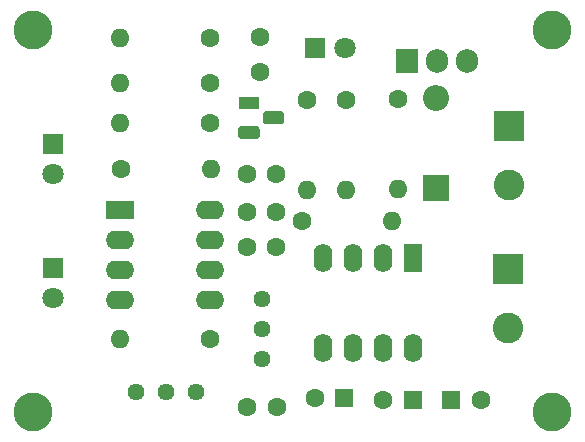
<source format=gbr>
G04 #@! TF.GenerationSoftware,KiCad,Pcbnew,(5.1.4)-1*
G04 #@! TF.CreationDate,2020-06-05T11:24:34+05:30*
G04 #@! TF.ProjectId,v1.0,76312e30-2e6b-4696-9361-645f70636258,rev?*
G04 #@! TF.SameCoordinates,Original*
G04 #@! TF.FileFunction,Copper,L1,Top*
G04 #@! TF.FilePolarity,Positive*
%FSLAX46Y46*%
G04 Gerber Fmt 4.6, Leading zero omitted, Abs format (unit mm)*
G04 Created by KiCad (PCBNEW (5.1.4)-1) date 2020-06-05 11:24:34*
%MOMM*%
%LPD*%
G04 APERTURE LIST*
%ADD10C,1.600000*%
%ADD11O,2.200000X2.200000*%
%ADD12R,2.200000X2.200000*%
%ADD13R,1.800000X1.100000*%
%ADD14C,0.100000*%
%ADD15C,1.100000*%
%ADD16C,2.600000*%
%ADD17R,2.600000X2.600000*%
%ADD18O,1.600000X1.600000*%
%ADD19O,2.400000X1.600000*%
%ADD20R,2.400000X1.600000*%
%ADD21O,1.905000X2.000000*%
%ADD22R,1.905000X2.000000*%
%ADD23R,1.600000X1.600000*%
%ADD24R,1.800000X1.800000*%
%ADD25C,1.800000*%
%ADD26C,1.440000*%
%ADD27R,1.600000X2.400000*%
%ADD28O,1.600000X2.400000*%
%ADD29C,3.300000*%
G04 APERTURE END LIST*
D10*
X106410000Y-122213200D03*
X106422700Y-119228700D03*
D11*
X121330000Y-124350000D03*
D12*
X121330000Y-131970000D03*
D13*
X105470000Y-124780000D03*
D14*
G36*
X106121955Y-126771324D02*
G01*
X106148650Y-126775284D01*
X106174828Y-126781841D01*
X106200238Y-126790933D01*
X106224634Y-126802472D01*
X106247782Y-126816346D01*
X106269458Y-126832422D01*
X106289454Y-126850546D01*
X106307578Y-126870542D01*
X106323654Y-126892218D01*
X106337528Y-126915366D01*
X106349067Y-126939762D01*
X106358159Y-126965172D01*
X106364716Y-126991350D01*
X106368676Y-127018045D01*
X106370000Y-127045000D01*
X106370000Y-127595000D01*
X106368676Y-127621955D01*
X106364716Y-127648650D01*
X106358159Y-127674828D01*
X106349067Y-127700238D01*
X106337528Y-127724634D01*
X106323654Y-127747782D01*
X106307578Y-127769458D01*
X106289454Y-127789454D01*
X106269458Y-127807578D01*
X106247782Y-127823654D01*
X106224634Y-127837528D01*
X106200238Y-127849067D01*
X106174828Y-127858159D01*
X106148650Y-127864716D01*
X106121955Y-127868676D01*
X106095000Y-127870000D01*
X104845000Y-127870000D01*
X104818045Y-127868676D01*
X104791350Y-127864716D01*
X104765172Y-127858159D01*
X104739762Y-127849067D01*
X104715366Y-127837528D01*
X104692218Y-127823654D01*
X104670542Y-127807578D01*
X104650546Y-127789454D01*
X104632422Y-127769458D01*
X104616346Y-127747782D01*
X104602472Y-127724634D01*
X104590933Y-127700238D01*
X104581841Y-127674828D01*
X104575284Y-127648650D01*
X104571324Y-127621955D01*
X104570000Y-127595000D01*
X104570000Y-127045000D01*
X104571324Y-127018045D01*
X104575284Y-126991350D01*
X104581841Y-126965172D01*
X104590933Y-126939762D01*
X104602472Y-126915366D01*
X104616346Y-126892218D01*
X104632422Y-126870542D01*
X104650546Y-126850546D01*
X104670542Y-126832422D01*
X104692218Y-126816346D01*
X104715366Y-126802472D01*
X104739762Y-126790933D01*
X104765172Y-126781841D01*
X104791350Y-126775284D01*
X104818045Y-126771324D01*
X104845000Y-126770000D01*
X106095000Y-126770000D01*
X106121955Y-126771324D01*
X106121955Y-126771324D01*
G37*
D15*
X105470000Y-127320000D03*
D14*
G36*
X108191955Y-125501324D02*
G01*
X108218650Y-125505284D01*
X108244828Y-125511841D01*
X108270238Y-125520933D01*
X108294634Y-125532472D01*
X108317782Y-125546346D01*
X108339458Y-125562422D01*
X108359454Y-125580546D01*
X108377578Y-125600542D01*
X108393654Y-125622218D01*
X108407528Y-125645366D01*
X108419067Y-125669762D01*
X108428159Y-125695172D01*
X108434716Y-125721350D01*
X108438676Y-125748045D01*
X108440000Y-125775000D01*
X108440000Y-126325000D01*
X108438676Y-126351955D01*
X108434716Y-126378650D01*
X108428159Y-126404828D01*
X108419067Y-126430238D01*
X108407528Y-126454634D01*
X108393654Y-126477782D01*
X108377578Y-126499458D01*
X108359454Y-126519454D01*
X108339458Y-126537578D01*
X108317782Y-126553654D01*
X108294634Y-126567528D01*
X108270238Y-126579067D01*
X108244828Y-126588159D01*
X108218650Y-126594716D01*
X108191955Y-126598676D01*
X108165000Y-126600000D01*
X106915000Y-126600000D01*
X106888045Y-126598676D01*
X106861350Y-126594716D01*
X106835172Y-126588159D01*
X106809762Y-126579067D01*
X106785366Y-126567528D01*
X106762218Y-126553654D01*
X106740542Y-126537578D01*
X106720546Y-126519454D01*
X106702422Y-126499458D01*
X106686346Y-126477782D01*
X106672472Y-126454634D01*
X106660933Y-126430238D01*
X106651841Y-126404828D01*
X106645284Y-126378650D01*
X106641324Y-126351955D01*
X106640000Y-126325000D01*
X106640000Y-125775000D01*
X106641324Y-125748045D01*
X106645284Y-125721350D01*
X106651841Y-125695172D01*
X106660933Y-125669762D01*
X106672472Y-125645366D01*
X106686346Y-125622218D01*
X106702422Y-125600542D01*
X106720546Y-125580546D01*
X106740542Y-125562422D01*
X106762218Y-125546346D01*
X106785366Y-125532472D01*
X106809762Y-125520933D01*
X106835172Y-125511841D01*
X106861350Y-125505284D01*
X106888045Y-125501324D01*
X106915000Y-125500000D01*
X108165000Y-125500000D01*
X108191955Y-125501324D01*
X108191955Y-125501324D01*
G37*
D15*
X107540000Y-126050000D03*
D16*
X127430000Y-143890000D03*
D17*
X127430000Y-138890000D03*
D18*
X117590000Y-134830000D03*
D10*
X109970000Y-134830000D03*
D19*
X102200000Y-133830000D03*
X94580000Y-141450000D03*
X102200000Y-136370000D03*
X94580000Y-138910000D03*
X102200000Y-138910000D03*
X94580000Y-136370000D03*
X102200000Y-141450000D03*
D20*
X94580000Y-133830000D03*
D18*
X118120000Y-132110000D03*
D10*
X118120000Y-124490000D03*
D18*
X110380000Y-132160000D03*
D10*
X110380000Y-124540000D03*
D21*
X123930000Y-121230000D03*
X121390000Y-121230000D03*
D22*
X118850000Y-121230000D03*
D10*
X105270000Y-134020000D03*
X107770000Y-134020000D03*
X125110000Y-149930000D03*
D23*
X122610000Y-149930000D03*
D10*
X105270000Y-136980000D03*
X107770000Y-136980000D03*
D16*
X127460000Y-131790000D03*
D17*
X127460000Y-126790000D03*
D24*
X111020000Y-120130000D03*
D25*
X113560000Y-120130000D03*
D18*
X94560000Y-119330000D03*
D10*
X102180000Y-119330000D03*
D25*
X88880000Y-130840000D03*
D24*
X88880000Y-128300000D03*
D25*
X88910000Y-141330000D03*
D24*
X88910000Y-138790000D03*
D10*
X116820000Y-149920000D03*
D23*
X119320000Y-149920000D03*
D10*
X107770000Y-130820000D03*
X105270000Y-130820000D03*
X107810000Y-150560000D03*
X105310000Y-150560000D03*
D23*
X113540000Y-149770000D03*
D10*
X111040000Y-149770000D03*
X102150000Y-144770000D03*
D18*
X94530000Y-144770000D03*
X94580000Y-123140000D03*
D10*
X102200000Y-123140000D03*
D18*
X102220000Y-130430000D03*
D10*
X94600000Y-130430000D03*
X102200000Y-126470000D03*
D18*
X94580000Y-126470000D03*
X113670000Y-132160000D03*
D10*
X113670000Y-124540000D03*
D26*
X95880000Y-149310000D03*
X98420000Y-149310000D03*
X100960000Y-149310000D03*
X106580000Y-141440000D03*
X106580000Y-143980000D03*
X106580000Y-146520000D03*
D27*
X119360000Y-137960000D03*
D28*
X111740000Y-145580000D03*
X116820000Y-137960000D03*
X114280000Y-145580000D03*
X114280000Y-137960000D03*
X116820000Y-145580000D03*
X111740000Y-137960000D03*
X119360000Y-145580000D03*
D29*
X87220000Y-118650000D03*
X87220000Y-150970000D03*
X131140000Y-150970000D03*
X131140000Y-118650000D03*
M02*

</source>
